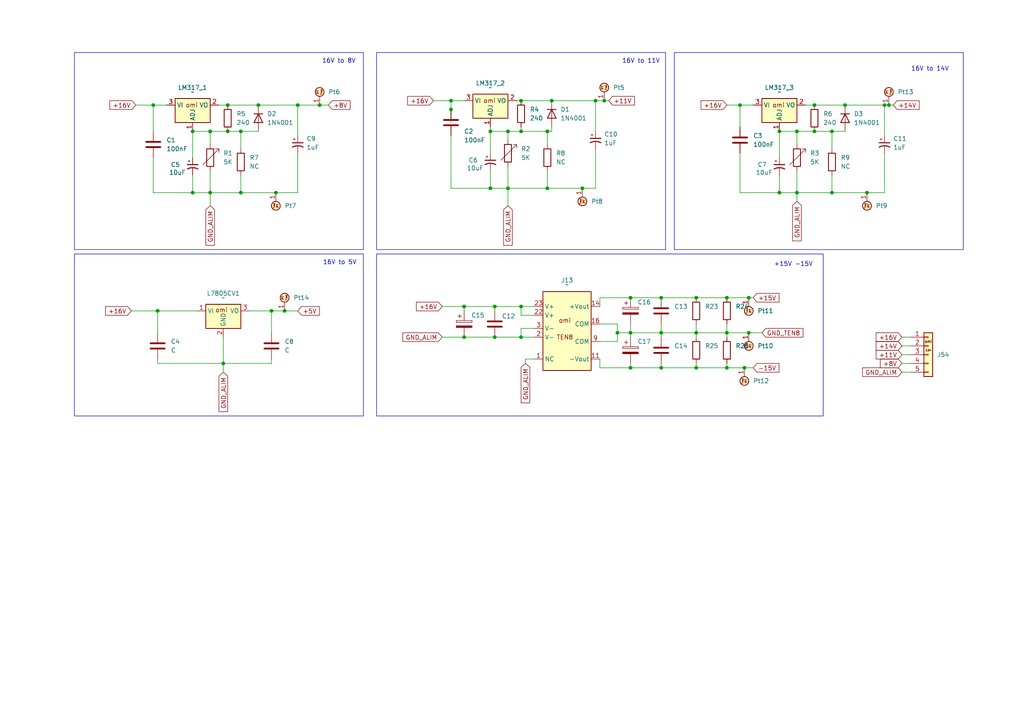
<source format=kicad_sch>
(kicad_sch (version 20231120) (generator "eeschema") (generator_version "8.0")
  (paper "A4")
  (lib_symbols
    (symbol "Device:C" (pin_numbers hide) (pin_names (offset 0.254))
      (property "Reference" "C" (at 0.635 2.54 0))
      (property "Value" "C" (at 0.635 -2.54 0))
      (symbol "C_0_1"
        (polyline (pts (xy -2.032 -0.762) (xy 2.032 -0.762)) (stroke (width 0.508)))
        (polyline (pts (xy -2.032 0.762) (xy 2.032 0.762)) (stroke (width 0.508)))
      )
      (symbol "C_1_1"
        (pin passive line (at 0 3.81 270) (length 2.794) (name "~") (number "1"))
        (pin passive line (at 0 -3.81 90) (length 2.794) (name "~") (number "2"))
      )
    )
    (symbol "Device:C_Polarized" (pin_numbers hide) (pin_names (offset 0.254))
      (property "Reference" "C" (at 0.635 2.54 0))
      (property "Value" "C_Polarized" (at 0.635 -2.54 0))
      (symbol "C_Polarized_0_1"
        (rectangle (start -2.286 0.508) (end 2.286 1.016))
        (polyline (pts (xy -1.778 2.286) (xy -0.762 2.286)))
        (polyline (pts (xy -1.27 2.794) (xy -1.27 1.778)))
        (rectangle (start 2.286 -0.508) (end -2.286 -1.016) (fill (type outline)))
      )
      (symbol "C_Polarized_1_1"
        (pin passive line (at 0 3.81 270) (length 2.794) (name "~") (number "1"))
        (pin passive line (at 0 -3.81 90) (length 2.794) (name "~") (number "2"))
      )
    )
    (symbol "Device:C_Polarized_Small_US" (pin_numbers hide) (pin_names (offset 0.254) hide)
      (property "Reference" "C" (at 0.254 1.778 0))
      (property "Value" "C_Polarized_Small_US" (at 0.254 -2.032 0))
      (symbol "C_Polarized_Small_US_0_1"
        (polyline (pts (xy -1.524 0.508) (xy 1.524 0.508)) (stroke (width 0.3048)))
        (polyline (pts (xy -1.27 1.524) (xy -0.762 1.524)))
        (polyline (pts (xy -1.016 1.27) (xy -1.016 1.778)))
        (arc (start 1.524 -0.762) (mid 0 -0.3734) (end -1.524 -0.762) (stroke (width 0.3048)))
      )
      (symbol "C_Polarized_Small_US_1_1"
        (pin passive line (at 0 2.54 270) (length 2.032) (name "~") (number "1"))
        (pin passive line (at 0 -2.54 90) (length 2.032) (name "~") (number "2"))
      )
    )
    (symbol "Device:R" (pin_numbers hide) (pin_names (offset 0))
      (property "Reference" "R" (at 2.032 0 90))
      (property "Value" "R" (at 0 0 90))
      (symbol "R_0_1"
        (rectangle (start -1.016 -2.54) (end 1.016 2.54) (stroke (width 0.254)))
      )
      (symbol "R_1_1"
        (pin passive line (at 0 3.81 270) (length 1.27) (name "~") (number "1"))
        (pin passive line (at 0 -3.81 90) (length 1.27) (name "~") (number "2"))
      )
    )
    (symbol "Device:R_Variable" (pin_numbers hide) (pin_names (offset 0))
      (property "Reference" "R" (at 2.54 -2.54 90))
      (property "Value" "R_Variable" (at -2.54 -1.27 90))
      (symbol "R_Variable_0_1"
        (rectangle (start -1.016 -2.54) (end 1.016 2.54) (stroke (width 0.254)))
        (polyline (pts (xy 2.54 1.524) (xy 2.54 2.54) (xy 1.524 2.54) (xy 2.54 2.54) (xy -2.032 -2.032)))
      )
      (symbol "R_Variable_1_1"
        (pin passive line (at 0 3.81 270) (length 1.27) (name "~") (number "1"))
        (pin passive line (at 0 -3.81 90) (length 1.27) (name "~") (number "2"))
      )
    )
    (symbol "Diode:1N914WT" (pin_numbers hide) (pin_names hide)
      (property "Reference" "D" (at 0 2.54 0))
      (property "Value" "1N914WT" (at 0 -2.54 0))
      (symbol "1N914WT_0_1"
        (polyline (pts (xy -1.27 1.27) (xy -1.27 -1.27)) (stroke (width 0.254)))
        (polyline (pts (xy 1.27 0) (xy -1.27 0)))
        (polyline (pts (xy 1.27 1.27) (xy 1.27 -1.27) (xy -1.27 0) (xy 1.27 1.27)) (stroke (width 0.254)))
      )
      (symbol "1N914WT_1_1"
        (pin passive line (at -3.81 0 0) (length 2.54) (name "K") (number "1"))
        (pin passive line (at 3.81 0 180) (length 2.54) (name "A") (number "2"))
      )
    )
    (symbol "Omialimentation:L7805"
      (property "Reference" "J" (at 0 4.318 0))
      (property "Value" "L7805CV" (at 0 6.35 0))
      (symbol "L7805_0_1"
        (rectangle (start -5.08 3.175) (end 5.08 -3.81) (stroke (width 0.254)) (fill (type background)))
      )
      (symbol "L7805_1_1"
        (text "omi\n" (at -0.508 1.524 0) (effects (font (size 1.27 1.27))))
        (pin input line (at -7.62 1.27 0) (length 2.54) (name "VI") (number "1"))
        (pin input line (at 0 -6.35 90) (length 2.54) (name "GND") (number "2"))
        (pin output line (at 7.62 1.27 180) (length 2.54) (name "VO") (number "3"))
      )
    )
    (symbol "Omialimentation:LM317"
      (property "Reference" "J" (at 0 5.334 0))
      (property "Value" "LM317" (at -0.508 8.636 0))
      (symbol "LM317_0_1"
        (rectangle (start -5.08 3.175) (end 5.08 -3.81) (stroke (width 0.254)) (fill (type background)))
      )
      (symbol "LM317_1_1"
        (text "omi\n" (at -0.254 1.27 0) (effects (font (size 1.27 1.27))))
        (pin input line (at 0 -6.35 90) (length 2.54) (name "ADJ") (number "1"))
        (pin power_out line (at 7.62 1.27 180) (length 2.54) (name "VO") (number "2"))
        (pin power_in line (at -7.62 1.27 0) (length 2.54) (name "VI") (number "3"))
      )
    )
    (symbol "Omialimentation:TEN8_1223"
      (property "Reference" "J" (at 0.508 13.462 0))
      (symbol "TEN8_1223_0_1"
        (rectangle (start -6.35 10.668) (end 7.62 -12.192) (stroke (width 0.254)) (fill (type background)))
      )
      (symbol "TEN8_1223_1_1"
        (text "omi\n" (at 0 2.286 0) (effects (font (size 1.27 1.27))))
        (text "TEN8\n" (at 0 -2.54 0) (effects (font (size 1.27 1.27))))
        (pin input line (at -8.89 -8.89 0) (length 2.54) (name "NC") (number "1"))
        (pin input line (at 10.16 -8.89 180) (length 2.54) (name "-Vout") (number "11"))
        (pin input line (at 10.16 6.35 180) (length 2.54) (name "+Vout") (number "14"))
        (pin input line (at 10.16 1.27 180) (length 2.54) (name "COM") (number "16"))
        (pin input line (at -8.89 -2.54 0) (length 2.54) (name "V-") (number "2"))
        (pin input line (at -8.89 3.81 0) (length 2.54) (name "V+") (number "22"))
        (pin input line (at -8.89 6.35 0) (length 2.54) (name "V+") (number "23"))
        (pin input line (at -8.89 0 0) (length 2.54) (name "V-") (number "3"))
        (pin input line (at 10.16 -3.81 180) (length 2.54) (name "COM") (number "9"))
      )
    )
    (symbol "Omiconnecteur:Conn_01x05_P2.54mm_pinheader_vertical" (pin_names (offset 1.016) hide)
      (property "Reference" "J" (at -1.27 10.16 0))
      (symbol "Conn_01x05_P2.54mm_pinheader_vertical_1_1"
        (rectangle (start -1.27 -2.413) (end 0 -2.667) (stroke (width 0.1524)))
        (rectangle (start -1.27 0.127) (end 0 -0.127) (stroke (width 0.1524)))
        (rectangle (start -1.27 2.667) (end 0 2.413) (stroke (width 0.1524)))
        (rectangle (start -1.27 5.207) (end 0 4.953) (stroke (width 0.1524)))
        (rectangle (start -1.27 7.747) (end 0 7.493) (stroke (width 0.1524)))
        (rectangle (start -1.27 8.89) (end 1.27 -3.81) (stroke (width 0.254)) (fill (type background)))
        (text "2.54" (at 0 3.81 0) (effects (font (size 0.5 0.5))))
        (text "omi" (at 0 6.35 0) (effects (font (size 0.75 0.75))))
        (pin passive line (at -5.08 7.62 0) (length 3.81) (name "Pin_1") (number "1"))
        (pin passive line (at -5.08 5.08 0) (length 3.81) (name "Pin_2") (number "2"))
        (pin passive line (at -5.08 2.54 0) (length 3.81) (name "Pin_3") (number "3"))
        (pin passive line (at -5.08 0 0) (length 3.81) (name "Pin_4") (number "4"))
        (pin passive line (at -5.08 -2.54 0) (length 3.81) (name "Pin_5") (number "5"))
      )
    )
    (symbol "Omidivers:PT_trad_1.0mm" (pin_names (offset 1.016) hide)
      (property "Reference" "Pt" (at 0.508 2.286 0))
      (symbol "PT_trad_1.0mm_1_1"
        (circle (center 1.27 0) (radius 1.27) (stroke (width 0.254)) (fill (type background)))
        (text "PT" (at 1.27 0.508 0) (effects (font (size 0.635 0.635))))
        (text "Trad" (at 1.27 -0.508 0) (effects (font (size 0.508 0.508))))
        (pin passive line (at -2.54 0 0) (length 2.54) (name "Pin_1") (number "1"))
      )
    )
  )
  (junction (at 210.82 86.36))
  (junction (at 245.11 30.48))
  (junction (at 55.88 38.1))
  (junction (at 241.3 38.1))
  (junction (at 179.07 96.52))
  (junction (at 201.93 86.36))
  (junction (at 66.04 30.48))
  (junction (at 160.02 29.21))
  (junction (at 74.93 30.48))
  (junction (at 191.77 86.36))
  (junction (at 78.74 90.17))
  (junction (at 236.22 30.48))
  (junction (at 92.71 30.48))
  (junction (at 158.75 38.1))
  (junction (at 69.85 38.1))
  (junction (at 82.55 90.17))
  (junction (at 147.32 38.1))
  (junction (at 175.26 29.21))
  (junction (at 44.45 30.48))
  (junction (at 226.06 55.88))
  (junction (at 182.88 106.68))
  (junction (at 256.54 30.48))
  (junction (at 151.13 88.9))
  (junction (at 55.88 55.88))
  (junction (at 147.32 54.61))
  (junction (at 201.93 106.68))
  (junction (at 60.96 55.88))
  (junction (at 45.72 90.17))
  (junction (at 241.3 55.88))
  (junction (at 214.63 30.48))
  (junction (at 64.77 105.41))
  (junction (at 130.81 29.21))
  (junction (at 231.14 38.1))
  (junction (at 215.9 106.68))
  (junction (at 143.51 88.9))
  (junction (at 151.13 29.21))
  (junction (at 191.77 96.52))
  (junction (at 251.46 55.88))
  (junction (at 134.62 88.9))
  (junction (at 217.17 86.36))
  (junction (at 191.77 106.68))
  (junction (at 182.88 96.52))
  (junction (at 257.81 30.48))
  (junction (at 201.93 96.52))
  (junction (at 69.85 55.88))
  (junction (at 226.06 38.1))
  (junction (at 130.81 31.75))
  (junction (at 210.82 106.68))
  (junction (at 86.36 30.48))
  (junction (at 182.88 86.36))
  (junction (at 151.13 97.79))
  (junction (at 172.72 29.21))
  (junction (at 134.62 97.79))
  (junction (at 217.17 96.52))
  (junction (at 168.91 54.61))
  (junction (at 60.96 38.1))
  (junction (at 158.75 54.61))
  (junction (at 143.51 97.79))
  (junction (at 80.01 55.88))
  (junction (at 236.22 38.1))
  (junction (at 142.24 38.1))
  (junction (at 151.13 38.1))
  (junction (at 66.04 38.1))
  (junction (at 142.24 54.61))
  (junction (at 210.82 96.52))
  (junction (at 231.14 55.88))
  (wire (pts (xy 142.24 49.53) (xy 142.24 54.61)))
  (wire (pts (xy 69.85 38.1) (xy 74.93 38.1)))
  (wire (pts (xy 151.13 38.1) (xy 158.75 38.1)))
  (wire (pts (xy 69.85 38.1) (xy 69.85 43.18)))
  (wire (pts (xy 214.63 30.48) (xy 218.44 30.48)))
  (wire (pts (xy 64.77 105.41) (xy 78.74 105.41)))
  (wire (pts (xy 38.1 90.17) (xy 45.72 90.17)))
  (wire (pts (xy 210.82 86.36) (xy 217.17 86.36)))
  (wire (pts (xy 64.77 105.41) (xy 64.77 107.95)))
  (wire (pts (xy 151.13 88.9) (xy 151.13 91.44)))
  (wire (pts (xy 182.88 86.36) (xy 173.99 86.36)))
  (wire (pts (xy 160.02 29.21) (xy 172.72 29.21)))
  (wire (pts (xy 264.16 105.41) (xy 261.62 105.41)))
  (wire (pts (xy 128.27 97.79) (xy 134.62 97.79)))
  (wire (pts (xy 151.13 88.9) (xy 154.94 88.9)))
  (wire (pts (xy 201.93 86.36) (xy 210.82 86.36)))
  (wire (pts (xy 158.75 38.1) (xy 158.75 41.91)))
  (wire (pts (xy 149.86 29.21) (xy 151.13 29.21)))
  (wire (pts (xy 48.26 30.48) (xy 44.45 30.48)))
  (wire (pts (xy 130.81 35.56) (xy 130.81 31.75)))
  (wire (pts (xy 72.39 90.17) (xy 78.74 90.17)))
  (wire (pts (xy 210.82 105.41) (xy 210.82 106.68)))
  (wire (pts (xy 191.77 93.98) (xy 191.77 96.52)))
  (wire (pts (xy 147.32 40.64) (xy 147.32 38.1)))
  (wire (pts (xy 241.3 55.88) (xy 251.46 55.88)))
  (wire (pts (xy 226.06 55.88) (xy 231.14 55.88)))
  (wire (pts (xy 143.51 97.79) (xy 151.13 97.79)))
  (wire (pts (xy 231.14 55.88) (xy 241.3 55.88)))
  (wire (pts (xy 182.88 96.52) (xy 191.77 96.52)))
  (wire (pts (xy 182.88 105.41) (xy 182.88 106.68)))
  (wire (pts (xy 60.96 55.88) (xy 60.96 59.69)))
  (wire (pts (xy 151.13 97.79) (xy 154.94 97.79)))
  (wire (pts (xy 60.96 55.88) (xy 69.85 55.88)))
  (wire (pts (xy 143.51 88.9) (xy 143.51 90.17)))
  (wire (pts (xy 251.46 55.88) (xy 256.54 55.88)))
  (wire (pts (xy 236.22 30.48) (xy 245.11 30.48)))
  (wire (pts (xy 63.5 30.48) (xy 66.04 30.48)))
  (wire (pts (xy 226.06 45.72) (xy 226.06 38.1)))
  (wire (pts (xy 231.14 49.53) (xy 231.14 55.88)))
  (wire (pts (xy 78.74 104.14) (xy 78.74 105.41)))
  (wire (pts (xy 44.45 30.48) (xy 44.45 38.1)))
  (wire (pts (xy 256.54 44.45) (xy 256.54 55.88)))
  (wire (pts (xy 147.32 38.1) (xy 151.13 38.1)))
  (wire (pts (xy 201.93 96.52) (xy 201.93 97.79)))
  (wire (pts (xy 55.88 45.72) (xy 55.88 38.1)))
  (wire (pts (xy 168.91 54.61) (xy 172.72 54.61)))
  (wire (pts (xy 64.77 97.79) (xy 64.77 105.41)))
  (wire (pts (xy 55.88 50.8) (xy 55.88 55.88)))
  (wire (pts (xy 191.77 105.41) (xy 191.77 106.68)))
  (wire (pts (xy 60.96 38.1) (xy 66.04 38.1)))
  (wire (pts (xy 215.9 106.68) (xy 218.44 106.68)))
  (wire (pts (xy 78.74 90.17) (xy 82.55 90.17)))
  (wire (pts (xy 130.81 39.37) (xy 130.81 54.61)))
  (wire (pts (xy 125.73 29.21) (xy 130.81 29.21)))
  (wire (pts (xy 130.81 29.21) (xy 134.62 29.21)))
  (wire (pts (xy 179.07 93.98) (xy 179.07 96.52)))
  (wire (pts (xy 210.82 96.52) (xy 217.17 96.52)))
  (wire (pts (xy 261.62 97.79) (xy 264.16 97.79)))
  (wire (pts (xy 201.93 106.68) (xy 201.93 105.41)))
  (wire (pts (xy 231.14 38.1) (xy 236.22 38.1)))
  (wire (pts (xy 143.51 88.9) (xy 151.13 88.9)))
  (wire (pts (xy 66.04 30.48) (xy 74.93 30.48)))
  (wire (pts (xy 264.16 100.33) (xy 261.62 100.33)))
  (wire (pts (xy 217.17 96.52) (xy 220.98 96.52)))
  (wire (pts (xy 256.54 39.37) (xy 256.54 30.48)))
  (wire (pts (xy 210.82 106.68) (xy 215.9 106.68)))
  (wire (pts (xy 45.72 105.41) (xy 64.77 105.41)))
  (wire (pts (xy 210.82 106.68) (xy 201.93 106.68)))
  (wire (pts (xy 154.94 95.25) (xy 151.13 95.25)))
  (wire (pts (xy 182.88 96.52) (xy 182.88 97.79)))
  (wire (pts (xy 45.72 90.17) (xy 57.15 90.17)))
  (wire (pts (xy 82.55 90.17) (xy 86.36 90.17)))
  (wire (pts (xy 231.14 55.88) (xy 231.14 58.42)))
  (wire (pts (xy 128.27 88.9) (xy 134.62 88.9)))
  (wire (pts (xy 44.45 55.88) (xy 55.88 55.88)))
  (wire (pts (xy 151.13 95.25) (xy 151.13 97.79)))
  (wire (pts (xy 201.93 106.68) (xy 191.77 106.68)))
  (wire (pts (xy 151.13 91.44) (xy 154.94 91.44)))
  (wire (pts (xy 173.99 86.36) (xy 173.99 88.9)))
  (wire (pts (xy 261.62 107.95) (xy 264.16 107.95)))
  (wire (pts (xy 154.94 104.14) (xy 152.4 104.14)))
  (wire (pts (xy 201.93 93.98) (xy 201.93 96.52)))
  (wire (pts (xy 60.96 41.91) (xy 60.96 38.1)))
  (wire (pts (xy 158.75 38.1) (xy 160.02 38.1)))
  (wire (pts (xy 241.3 38.1) (xy 245.11 38.1)))
  (wire (pts (xy 69.85 55.88) (xy 80.01 55.88)))
  (wire (pts (xy 175.26 29.21) (xy 176.53 29.21)))
  (wire (pts (xy 151.13 38.1) (xy 151.13 36.83)))
  (wire (pts (xy 142.24 38.1) (xy 147.32 38.1)))
  (wire (pts (xy 173.99 93.98) (xy 179.07 93.98)))
  (wire (pts (xy 191.77 86.36) (xy 201.93 86.36)))
  (wire (pts (xy 86.36 44.45) (xy 86.36 55.88)))
  (wire (pts (xy 172.72 38.1) (xy 172.72 29.21)))
  (wire (pts (xy 147.32 59.69) (xy 147.32 54.61)))
  (wire (pts (xy 173.99 99.06) (xy 179.07 99.06)))
  (wire (pts (xy 214.63 36.83) (xy 214.63 30.48)))
  (wire (pts (xy 55.88 55.88) (xy 60.96 55.88)))
  (wire (pts (xy 191.77 96.52) (xy 201.93 96.52)))
  (wire (pts (xy 160.02 38.1) (xy 160.02 36.83)))
  (wire (pts (xy 69.85 50.8) (xy 69.85 55.88)))
  (wire (pts (xy 130.81 54.61) (xy 142.24 54.61)))
  (wire (pts (xy 214.63 55.88) (xy 226.06 55.88)))
  (wire (pts (xy 179.07 96.52) (xy 182.88 96.52)))
  (wire (pts (xy 210.82 30.48) (xy 214.63 30.48)))
  (wire (pts (xy 264.16 102.87) (xy 261.62 102.87)))
  (wire (pts (xy 80.01 55.88) (xy 86.36 55.88)))
  (wire (pts (xy 74.93 30.48) (xy 86.36 30.48)))
  (wire (pts (xy 92.71 30.48) (xy 95.25 30.48)))
  (wire (pts (xy 257.81 30.48) (xy 259.08 30.48)))
  (wire (pts (xy 201.93 96.52) (xy 210.82 96.52)))
  (wire (pts (xy 226.06 50.8) (xy 226.06 55.88)))
  (wire (pts (xy 78.74 90.17) (xy 78.74 96.52)))
  (wire (pts (xy 130.81 31.75) (xy 130.81 29.21)))
  (wire (pts (xy 245.11 30.48) (xy 256.54 30.48)))
  (wire (pts (xy 173.99 106.68) (xy 182.88 106.68)))
  (wire (pts (xy 45.72 104.14) (xy 45.72 105.41)))
  (wire (pts (xy 214.63 44.45) (xy 214.63 55.88)))
  (wire (pts (xy 172.72 29.21) (xy 175.26 29.21)))
  (wire (pts (xy 66.04 38.1) (xy 69.85 38.1)))
  (wire (pts (xy 236.22 38.1) (xy 241.3 38.1)))
  (wire (pts (xy 151.13 29.21) (xy 160.02 29.21)))
  (wire (pts (xy 142.24 38.1) (xy 142.24 36.83)))
  (wire (pts (xy 172.72 43.18) (xy 172.72 54.61)))
  (wire (pts (xy 142.24 44.45) (xy 142.24 38.1)))
  (wire (pts (xy 134.62 90.17) (xy 134.62 88.9)))
  (wire (pts (xy 217.17 86.36) (xy 218.44 86.36)))
  (wire (pts (xy 60.96 49.53) (xy 60.96 55.88)))
  (wire (pts (xy 173.99 104.14) (xy 173.99 106.68)))
  (wire (pts (xy 134.62 88.9) (xy 143.51 88.9)))
  (wire (pts (xy 158.75 54.61) (xy 168.91 54.61)))
  (wire (pts (xy 241.3 38.1) (xy 241.3 43.18)))
  (wire (pts (xy 210.82 96.52) (xy 210.82 97.79)))
  (wire (pts (xy 39.37 30.48) (xy 44.45 30.48)))
  (wire (pts (xy 210.82 93.98) (xy 210.82 96.52)))
  (wire (pts (xy 191.77 96.52) (xy 191.77 97.79)))
  (wire (pts (xy 226.06 38.1) (xy 231.14 38.1)))
  (wire (pts (xy 142.24 54.61) (xy 147.32 54.61)))
  (wire (pts (xy 55.88 38.1) (xy 60.96 38.1)))
  (wire (pts (xy 152.4 104.14) (xy 152.4 105.41)))
  (wire (pts (xy 233.68 30.48) (xy 236.22 30.48)))
  (wire (pts (xy 45.72 90.17) (xy 45.72 96.52)))
  (wire (pts (xy 179.07 96.52) (xy 179.07 99.06)))
  (wire (pts (xy 256.54 30.48) (xy 257.81 30.48)))
  (wire (pts (xy 158.75 49.53) (xy 158.75 54.61)))
  (wire (pts (xy 182.88 106.68) (xy 191.77 106.68)))
  (wire (pts (xy 147.32 54.61) (xy 158.75 54.61)))
  (wire (pts (xy 86.36 39.37) (xy 86.36 30.48)))
  (wire (pts (xy 182.88 93.98) (xy 182.88 96.52)))
  (wire (pts (xy 44.45 45.72) (xy 44.45 55.88)))
  (wire (pts (xy 86.36 30.48) (xy 92.71 30.48)))
  (wire (pts (xy 134.62 97.79) (xy 143.51 97.79)))
  (wire (pts (xy 231.14 41.91) (xy 231.14 38.1)))
  (wire (pts (xy 147.32 48.26) (xy 147.32 54.61)))
  (wire (pts (xy 182.88 86.36) (xy 191.77 86.36)))
  (wire (pts (xy 241.3 50.8) (xy 241.3 55.88)))
  (rectangle (start 109.22 15.24) (end 193.04 72.39))
  (rectangle (start 21.59 15.24) (end 105.41 72.39))
  (rectangle (start 109.22 73.66) (end 238.76 120.65))
  (rectangle (start 195.58 15.24) (end 279.4 72.39))
  (rectangle (start 21.59 73.66) (end 105.41 120.65))
  (text "+15V -15V\n" (at 230.124 76.708 0) (effects (font (size 1.27 1.27))))
  (text "16V to 11V\n" (at 185.928 17.78 0) (effects (font (size 1.27 1.27))))
  (text "16V to 14V\n" (at 269.748 20.066 0) (effects (font (size 1.27 1.27))))
  (text "16V to 8V\n" (at 98.298 17.78 0) (effects (font (size 1.27 1.27))))
  (text "16V to 5V\n" (at 98.552 76.2 0) (effects (font (size 1.27 1.27))))
  (global_label "GND_ALIM" (shape input) (at 152.4 105.41 270) (property "Intersheetrefs" "${INTERSHEET_REFS}" (effects (hide yes))))
  (global_label "GND_ALIM" (shape input) (at 147.32 59.69 270) (property "Intersheetrefs" "${INTERSHEET_REFS}" (effects (hide yes))))
  (global_label "+16V" (shape input) (at 128.27 88.9 180) (property "Intersheetrefs" "${INTERSHEET_REFS}" (effects (hide yes))))
  (global_label "+8V" (shape input) (at 95.25 30.48 0) (property "Intersheetrefs" "${INTERSHEET_REFS}" (effects (hide yes))))
  (global_label "-15V" (shape input) (at 218.44 106.68 0) (property "Intersheetrefs" "${INTERSHEET_REFS}" (effects (hide yes))))
  (global_label "GND_ALIM" (shape input) (at 64.77 107.95 270) (property "Intersheetrefs" "${INTERSHEET_REFS}" (effects (hide yes))))
  (global_label "GND_ALIM" (shape input) (at 261.62 107.95 180) (property "Intersheetrefs" "${INTERSHEET_REFS}" (effects (hide yes))))
  (global_label "+11V" (shape input) (at 176.53 29.21 0) (property "Intersheetrefs" "${INTERSHEET_REFS}" (effects (hide yes))))
  (global_label "+16V" (shape input) (at 210.82 30.48 180) (property "Intersheetrefs" "${INTERSHEET_REFS}" (effects (hide yes))))
  (global_label "+8V" (shape input) (at 261.62 105.41 180) (property "Intersheetrefs" "${INTERSHEET_REFS}" (effects (hide yes))))
  (global_label "+15V" (shape input) (at 218.44 86.36 0) (property "Intersheetrefs" "${INTERSHEET_REFS}" (effects (hide yes))))
  (global_label "+14V" (shape input) (at 261.62 100.33 180) (property "Intersheetrefs" "${INTERSHEET_REFS}" (effects (hide yes))))
  (global_label "+5V" (shape input) (at 86.36 90.17 0) (property "Intersheetrefs" "${INTERSHEET_REFS}" (effects (hide yes))))
  (global_label "+16V" (shape input) (at 38.1 90.17 180) (property "Intersheetrefs" "${INTERSHEET_REFS}" (effects (hide yes))))
  (global_label "+16V" (shape input) (at 261.62 97.79 180) (property "Intersheetrefs" "${INTERSHEET_REFS}" (effects (hide yes))))
  (global_label "+14V" (shape input) (at 259.08 30.48 0) (property "Intersheetrefs" "${INTERSHEET_REFS}" (effects (hide yes))))
  (global_label "GND_ALIM" (shape input) (at 231.14 58.42 270) (property "Intersheetrefs" "${INTERSHEET_REFS}" (effects (hide yes))))
  (global_label "+11V" (shape input) (at 261.62 102.87 180) (property "Intersheetrefs" "${INTERSHEET_REFS}" (effects (hide yes))))
  (global_label "GND_TEN8" (shape input) (at 220.98 96.52 0) (property "Intersheetrefs" "${INTERSHEET_REFS}" (effects (hide yes))))
  (global_label "GND_ALIM" (shape input) (at 60.96 59.69 270) (property "Intersheetrefs" "${INTERSHEET_REFS}" (effects (hide yes))))
  (global_label "+16V" (shape input) (at 39.37 30.48 180) (property "Intersheetrefs" "${INTERSHEET_REFS}" (effects (hide yes))))
  (global_label "GND_ALIM" (shape input) (at 128.27 97.79 180) (property "Intersheetrefs" "${INTERSHEET_REFS}" (effects (hide yes))))
  (global_label "+16V" (shape input) (at 125.73 29.21 180) (property "Intersheetrefs" "${INTERSHEET_REFS}" (effects (hide yes))))
  (symbol (lib_id "Omialimentation:L7805") (at 64.77 91.44 0) (unit 1)
    (property "Reference" "L7805CV1" (at 64.77 85.09 0))
    (property "Value" "~" (at 64.77 86.36 0))
    (property "Footprint" "Omialimentation:L7805CV" (effects (hide yes)))
    (property "Datasheet" "https://docs.rs-online.com/4488/0900766b814b241f.pdf" (effects (hide yes)))
    (property "Description" "Régulateur de tension L7805CV, 1.5A, A-220, 3 broches." (effects (hide yes)))
    (property "Fabriquant" "STMicroelectronics" (effects (hide yes)))
    (property "Fabreference" " L7805CV" (effects (hide yes)))
    (property "Distributeur1" "RS: 918-1971" (effects (hide yes)))
    (property "Distributeur2" "F : 9756078" (effects (hide yes)))
  )
  (symbol (lib_id "Diode:1N914WT") (at 74.93 34.29 270) (unit 1)
    (property "Reference" "D2" (at 77.47 33.0199 90) (effects (justify left)))
    (property "Value" "1N4001" (at 77.47 35.5599 90) (effects (justify left)))
    (property "Footprint" "Diode_SMD:D_SOD-523" (effects (hide yes)))
    (property "Datasheet" "http://www.mouser.com/ds/2/149/1N4148WT-461550.pdf" (effects (hide yes)))
    (property "Description" "75V 0.15A Fast switching Diode, SOD-523" (effects (hide yes)))
    (property "Sim.Device" "D" (effects (hide yes)))
    (property "Sim.Pins" "1=K 2=A" (effects (hide yes)))
  )
  (symbol (lib_id "Device:C_Polarized_Small_US") (at 55.88 48.26 0) (unit 1)
    (property "Reference" "C5" (at 49.53 47.752 0) (effects (justify left)))
    (property "Value" "10uF" (at 49.022 50.038 0) (effects (justify left)))
    (property "Description" "Polarized capacitor, small US symbol" (effects (hide yes)))
  )
  (symbol (lib_id "Device:C") (at 45.72 100.33 0) (unit 1)
    (property "Reference" "C4" (at 49.53 99.0599 0) (effects (justify left)))
    (property "Value" "C" (at 49.53 101.5999 0) (effects (justify left)))
    (property "Description" "Unpolarized capacitor" (effects (hide yes)))
  )
  (symbol (lib_id "Omidivers:PT_trad_1.0mm") (at 82.55 87.63 90) (unit 1)
    (property "Reference" "Pt14" (at 85.09 86.3599 90) (effects (justify right)))
    (property "Value" "PT_cms_1.0mm" (effects (hide yes)))
    (property "Footprint" "Omidivers:Pt_trad_1.0mm" (effects (hide yes)))
  )
  (symbol (lib_id "Device:C_Polarized") (at 182.88 90.17 0) (unit 1)
    (property "Reference" "C16" (at 184.912 87.63 0) (effects (justify left)))
    (property "Value" "C_Polarized" (effects (hide yes)))
    (property "Description" "Polarized capacitor" (effects (hide yes)))
  )
  (symbol (lib_id "Device:C_Polarized") (at 134.62 93.98 0) (unit 1)
    (property "Reference" "C15" (at 136.652 91.44 0) (effects (justify left)))
    (property "Value" "C_Polarized" (effects (hide yes)))
    (property "Description" "Polarized capacitor" (effects (hide yes)))
  )
  (symbol (lib_id "Device:R") (at 66.04 34.29 0) (unit 1)
    (property "Reference" "R5" (at 68.58 33.0199 0) (effects (justify left)))
    (property "Value" "240" (at 68.58 35.5599 0) (effects (justify left)))
    (property "Description" "Resistor" (effects (hide yes)))
  )
  (symbol (lib_id "Omidivers:PT_trad_1.0mm") (at 80.01 58.42 270) (unit 1)
    (property "Reference" "Pt7" (at 82.55 59.6899 90) (effects (justify left)))
    (property "Value" "PT_cms_1.0mm" (effects (hide yes)))
    (property "Footprint" "Omidivers:Pt_trad_1.0mm" (effects (hide yes)))
  )
  (symbol (lib_id "Device:C") (at 191.77 90.17 0) (unit 1)
    (property "Reference" "C13" (at 195.58 88.8999 0) (effects (justify left)))
    (property "Value" "C" (effects (hide yes)))
    (property "Description" "Unpolarized capacitor" (effects (hide yes)))
  )
  (symbol (lib_id "Device:C") (at 130.81 35.56 0) (unit 1)
    (property "Reference" "C2" (at 134.62 38.0999 0) (effects (justify left)))
    (property "Value" "100nF" (at 134.62 40.6399 0) (effects (justify left)))
    (property "Description" "Unpolarized capacitor" (effects (hide yes)))
  )
  (symbol (lib_id "Omialimentation:LM317") (at 55.88 31.75 0) (unit 1)
    (property "Reference" "LM317_1" (at 55.88 25.4 0))
    (property "Value" "~" (at 55.88 26.67 0))
    (property "Footprint" "Omialimentation:LM317T" (effects (hide yes)))
    (property "Datasheet" "https://www.ti.com/lit/ds/symlink/lm117hv.pdf?HQS=dis-dk-null-digikeymode-dsf-pf-null-wwe&ts=1750682015429&ref_url=https%253A%252F%252Fwww.ti.com%252Fgeneral%252Fdocs%252Fsuppproductinfo.tsp%253FdistId%253D10%2526gotoUrl%253Dhttps%253A%252F%252Fwww.ti.com%252Flit%252Fgpn%252Flm117hv" (effects (hide yes)))
    (property "Description" "PMIC - Régulateurs de tension - Linéaires Positif Réglable 1 Sortie 1,5A TO-220-3" (effects (hide yes)))
    (property "Fabriquant" "Texas Instruments" (effects (hide yes)))
    (property "Fabreference" "LM317HVT/NOPB" (effects (hide yes)))
    (property "Omicron" "1564497" (effects (hide yes)))
    (property "Distributeur1" "D:LM317HVT/NOPB-ND" (effects (hide yes)))
    (property "Distributeur2" "M:926-LM317HVT/NOPB" (effects (hide yes)))
  )
  (symbol (lib_id "Device:R") (at 236.22 34.29 0) (unit 1)
    (property "Reference" "R6" (at 238.76 33.0199 0) (effects (justify left)))
    (property "Value" "240" (at 238.76 35.5599 0) (effects (justify left)))
    (property "Description" "Resistor" (effects (hide yes)))
  )
  (symbol (lib_id "Device:R") (at 241.3 46.99 0) (unit 1)
    (property "Reference" "R9" (at 243.84 45.7199 0) (effects (justify left)))
    (property "Value" "NC" (at 243.84 48.2599 0) (effects (justify left)))
    (property "Description" "Resistor" (effects (hide yes)))
  )
  (symbol (lib_id "Device:R") (at 210.82 90.17 0) (unit 1)
    (property "Reference" "R24" (at 213.36 88.8999 0) (effects (justify left)))
    (property "Value" "R" (effects (hide yes)))
    (property "Description" "Resistor" (effects (hide yes)))
  )
  (symbol (lib_id "Device:C") (at 214.63 40.64 0) (unit 1)
    (property "Reference" "C3" (at 218.44 39.3699 0) (effects (justify left)))
    (property "Value" "100nF" (at 218.44 41.9099 0) (effects (justify left)))
    (property "Description" "Unpolarized capacitor" (effects (hide yes)))
  )
  (symbol (lib_id "Omidivers:PT_trad_1.0mm") (at 215.9 109.22 270) (unit 1)
    (property "Reference" "Pt12" (at 218.44 110.4899 90) (effects (justify left)))
    (property "Value" "PT_cms_1.0mm" (effects (hide yes)))
    (property "Footprint" "Omidivers:Pt_trad_1.0mm" (effects (hide yes)))
  )
  (symbol (lib_id "Device:R") (at 151.13 33.02 0) (unit 1)
    (property "Reference" "R4" (at 153.67 31.7499 0) (effects (justify left)))
    (property "Value" "240" (at 153.67 34.2899 0) (effects (justify left)))
    (property "Description" "Resistor" (effects (hide yes)))
  )
  (symbol (lib_id "Device:C") (at 78.74 100.33 0) (unit 1)
    (property "Reference" "C8" (at 82.55 99.0599 0) (effects (justify left)))
    (property "Value" "C" (at 82.55 101.5999 0) (effects (justify left)))
    (property "Description" "Unpolarized capacitor" (effects (hide yes)))
  )
  (symbol (lib_id "Device:C_Polarized_Small_US") (at 86.36 41.91 0) (unit 1)
    (property "Reference" "C9" (at 88.9 40.2081 0) (effects (justify left)))
    (property "Value" "1uF" (at 88.9 42.7481 0) (effects (justify left)))
    (property "Description" "Polarized capacitor, small US symbol" (effects (hide yes)))
  )
  (symbol (lib_id "Device:R") (at 210.82 101.6 0) (unit 1)
    (property "Reference" "R26" (at 213.36 100.3299 0) (effects (justify left)))
    (property "Value" "R" (effects (hide yes)))
    (property "Description" "Resistor" (effects (hide yes)))
  )
  (symbol (lib_id "Omialimentation:LM317") (at 226.06 31.75 0) (unit 1)
    (property "Reference" "LM317_3" (at 226.06 25.4 0))
    (property "Value" "~" (at 226.06 26.67 0))
    (property "Footprint" "Omialimentation:LM317T" (effects (hide yes)))
    (property "Datasheet" "https://www.ti.com/lit/ds/symlink/lm117hv.pdf?HQS=dis-dk-null-digikeymode-dsf-pf-null-wwe&ts=1750682015429&ref_url=https%253A%252F%252Fwww.ti.com%252Fgeneral%252Fdocs%252Fsuppproductinfo.tsp%253FdistId%253D10%2526gotoUrl%253Dhttps%253A%252F%252Fwww.ti.com%252Flit%252Fgpn%252Flm117hv" (effects (hide yes)))
    (property "Description" "PMIC - Régulateurs de tension - Linéaires Positif Réglable 1 Sortie 1,5A TO-220-3" (effects (hide yes)))
    (property "Fabriquant" "Texas Instruments" (effects (hide yes)))
    (property "Fabreference" "LM317HVT/NOPB" (effects (hide yes)))
    (property "Omicron" "1564497" (effects (hide yes)))
    (property "Distributeur1" "D:LM317HVT/NOPB-ND" (effects (hide yes)))
    (property "Distributeur2" "M:926-LM317HVT/NOPB" (effects (hide yes)))
  )
  (symbol (lib_id "Omialimentation:LM317") (at 142.24 30.48 0) (unit 1)
    (property "Reference" "LM317_2" (at 142.24 24.13 0))
    (property "Value" "~" (at 142.24 25.4 0))
    (property "Footprint" "Omialimentation:LM317T" (effects (hide yes)))
    (property "Datasheet" "https://www.ti.com/lit/ds/symlink/lm117hv.pdf?HQS=dis-dk-null-digikeymode-dsf-pf-null-wwe&ts=1750682015429&ref_url=https%253A%252F%252Fwww.ti.com%252Fgeneral%252Fdocs%252Fsuppproductinfo.tsp%253FdistId%253D10%2526gotoUrl%253Dhttps%253A%252F%252Fwww.ti.com%252Flit%252Fgpn%252Flm117hv" (effects (hide yes)))
    (property "Description" "PMIC - Régulateurs de tension - Linéaires Positif Réglable 1 Sortie 1,5A TO-220-3" (effects (hide yes)))
    (property "Fabriquant" "Texas Instruments" (effects (hide yes)))
    (property "Fabreference" "LM317HVT/NOPB" (effects (hide yes)))
    (property "Omicron" "1564497" (effects (hide yes)))
    (property "Distributeur1" "D:LM317HVT/NOPB-ND" (effects (hide yes)))
    (property "Distributeur2" "M:926-LM317HVT/NOPB" (effects (hide yes)))
  )
  (symbol (lib_id "Omidivers:PT_trad_1.0mm") (at 92.71 27.94 90) (unit 1)
    (property "Reference" "Pt6" (at 95.25 26.6699 90) (effects (justify right)))
    (property "Value" "PT_cms_1.0mm" (effects (hide yes)))
    (property "Footprint" "Omidivers:Pt_trad_1.0mm" (effects (hide yes)))
  )
  (symbol (lib_id "Omidivers:PT_trad_1.0mm") (at 217.17 88.9 270) (unit 1)
    (property "Reference" "Pt11" (at 219.71 90.1699 90) (effects (justify left)))
    (property "Value" "PT_cms_1.0mm" (effects (hide yes)))
    (property "Footprint" "Omidivers:Pt_trad_1.0mm" (effects (hide yes)))
  )
  (symbol (lib_id "Device:R_Variable") (at 231.14 45.72 0) (unit 1)
    (property "Reference" "R3" (at 234.95 44.4499 0) (effects (justify left)))
    (property "Value" "5K" (at 234.95 46.9899 0) (effects (justify left)))
    (property "Description" "Variable resistor" (effects (hide yes)))
  )
  (symbol (lib_id "Device:C") (at 44.45 41.91 0) (unit 1)
    (property "Reference" "C1" (at 48.26 40.6399 0) (effects (justify left)))
    (property "Value" "100nF" (at 48.26 43.1799 0) (effects (justify left)))
    (property "Description" "Unpolarized capacitor" (effects (hide yes)))
  )
  (symbol (lib_id "Omiconnecteur:Conn_01x05_P2.54mm_pinheader_vertical") (at 269.24 105.41 0) (unit 1)
    (property "Reference" "J54" (at 271.78 102.8699 0) (effects (justify left)))
    (property "Value" "Conn_01x05_P2.54mm_pinheader_vertical" (effects (hide yes)))
    (property "Footprint" "Omiconnecteur:PinHeader_1x05_P2.54mm_V_omi" (effects (hide yes)))
    (property "Datasheet" "https://cdn.amphenol-cs.com/media/wysiwyg/files/documentation/datasheet/boardwiretoboard/bwb_bergstik.pdf" (effects (hide yes)))
    (property "Description" "Generic connector, single row, 01x08, script generated (kicad-library-utils/schlib/autogen/connector/)" (effects (hide yes)))
    (property "Fabriquant" "Amphenol" (effects (hide yes)))
    (property "Fabreference" "77311-102-36LF" (effects (hide yes)))
    (property "Omicron" "9069605" (effects (hide yes)))
    (property "Distributeur1" "DK:609-6203-ND" (effects (hide yes)))
    (property "Distributeur2" "M:77311-102-36LF" (effects (hide yes)))
  )
  (symbol (lib_id "Device:C_Polarized_Small_US") (at 172.72 40.64 0) (unit 1)
    (property "Reference" "C10" (at 175.26 38.9381 0) (effects (justify left)))
    (property "Value" "1uF" (at 175.26 41.4781 0) (effects (justify left)))
    (property "Description" "Polarized capacitor, small US symbol" (effects (hide yes)))
  )
  (symbol (lib_id "Device:R") (at 69.85 46.99 0) (unit 1)
    (property "Reference" "R7" (at 72.39 45.7199 0) (effects (justify left)))
    (property "Value" "NC" (at 72.39 48.2599 0) (effects (justify left)))
    (property "Description" "Resistor" (effects (hide yes)))
  )
  (symbol (lib_id "Device:R") (at 201.93 101.6 0) (unit 1)
    (property "Reference" "R25" (at 204.47 100.3299 0) (effects (justify left)))
    (property "Value" "R" (effects (hide yes)))
    (property "Description" "Resistor" (effects (hide yes)))
  )
  (symbol (lib_id "Omialimentation:TEN8_1223") (at 163.83 95.25 0) (unit 1)
    (property "Reference" "J13" (at 164.465 81.28 0))
    (property "Value" "~" (at 164.465 82.55 0))
  )
  (symbol (lib_id "Device:R_Variable") (at 147.32 44.45 0) (unit 1)
    (property "Reference" "R2" (at 151.13 43.1799 0) (effects (justify left)))
    (property "Value" "5K" (at 151.13 45.7199 0) (effects (justify left)))
    (property "Description" "Variable resistor" (effects (hide yes)))
  )
  (symbol (lib_id "Device:R") (at 201.93 90.17 0) (unit 1)
    (property "Reference" "R23" (at 204.47 88.8999 0) (effects (justify left)))
    (property "Value" "R" (effects (hide yes)))
    (property "Description" "Resistor" (effects (hide yes)))
  )
  (symbol (lib_id "Device:R") (at 158.75 45.72 0) (unit 1)
    (property "Reference" "R8" (at 161.29 44.4499 0) (effects (justify left)))
    (property "Value" "NC" (at 161.29 46.9899 0) (effects (justify left)))
    (property "Description" "Resistor" (effects (hide yes)))
  )
  (symbol (lib_id "Diode:1N914WT") (at 245.11 34.29 270) (unit 1)
    (property "Reference" "D3" (at 247.65 33.0199 90) (effects (justify left)))
    (property "Value" "1N4001" (at 247.65 35.5599 90) (effects (justify left)))
    (property "Footprint" "Diode_SMD:D_SOD-523" (effects (hide yes)))
    (property "Datasheet" "http://www.mouser.com/ds/2/149/1N4148WT-461550.pdf" (effects (hide yes)))
    (property "Description" "75V 0.15A Fast switching Diode, SOD-523" (effects (hide yes)))
    (property "Sim.Device" "D" (effects (hide yes)))
    (property "Sim.Pins" "1=K 2=A" (effects (hide yes)))
  )
  (symbol (lib_id "Device:C") (at 191.77 101.6 0) (unit 1)
    (property "Reference" "C14" (at 195.58 100.3299 0) (effects (justify left)))
    (property "Value" "C" (effects (hide yes)))
    (property "Description" "Unpolarized capacitor" (effects (hide yes)))
  )
  (symbol (lib_id "Omidivers:PT_trad_1.0mm") (at 168.91 57.15 270) (unit 1)
    (property "Reference" "Pt8" (at 171.45 58.4199 90) (effects (justify left)))
    (property "Value" "PT_cms_1.0mm" (effects (hide yes)))
    (property "Footprint" "Omidivers:Pt_trad_1.0mm" (effects (hide yes)))
  )
  (symbol (lib_id "Diode:1N914WT") (at 160.02 33.02 270) (unit 1)
    (property "Reference" "D1" (at 162.56 31.7499 90) (effects (justify left)))
    (property "Value" "1N4001" (at 162.56 34.2899 90) (effects (justify left)))
    (property "Footprint" "Diode_SMD:D_SOD-523" (effects (hide yes)))
    (property "Datasheet" "http://www.mouser.com/ds/2/149/1N4148WT-461550.pdf" (effects (hide yes)))
    (property "Description" "75V 0.15A Fast switching Diode, SOD-523" (effects (hide yes)))
    (property "Sim.Device" "D" (effects (hide yes)))
    (property "Sim.Pins" "1=K 2=A" (effects (hide yes)))
  )
  (symbol (lib_id "Device:C_Polarized") (at 182.88 101.6 0) (unit 1)
    (property "Reference" "C17" (at 184.912 99.06 0) (effects (justify left)))
    (property "Value" "C_Polarized" (effects (hide yes)))
    (property "Description" "Polarized capacitor" (effects (hide yes)))
  )
  (symbol (lib_id "Device:C_Polarized_Small_US") (at 142.24 46.99 0) (unit 1)
    (property "Reference" "C6" (at 135.89 46.482 0) (effects (justify left)))
    (property "Value" "10uF" (at 135.382 48.768 0) (effects (justify left)))
    (property "Description" "Polarized capacitor, small US symbol" (effects (hide yes)))
  )
  (symbol (lib_id "Omidivers:PT_trad_1.0mm") (at 175.26 26.67 90) (unit 1)
    (property "Reference" "Pt5" (at 177.8 25.3999 90) (effects (justify right)))
    (property "Value" "PT_cms_1.0mm" (effects (hide yes)))
    (property "Footprint" "Omidivers:Pt_trad_1.0mm" (effects (hide yes)))
  )
  (symbol (lib_id "Omidivers:PT_trad_1.0mm") (at 251.46 58.42 270) (unit 1)
    (property "Reference" "Pt9" (at 254 59.6899 90) (effects (justify left)))
    (property "Value" "PT_cms_1.0mm" (effects (hide yes)))
    (property "Footprint" "Omidivers:Pt_trad_1.0mm" (effects (hide yes)))
  )
  (symbol (lib_id "Device:C_Polarized_Small_US") (at 256.54 41.91 0) (unit 1)
    (property "Reference" "C11" (at 259.08 40.2081 0) (effects (justify left)))
    (property "Value" "1uF" (at 259.08 42.7481 0) (effects (justify left)))
    (property "Description" "Polarized capacitor, small US symbol" (effects (hide yes)))
  )
  (symbol (lib_id "Omidivers:PT_trad_1.0mm") (at 217.17 99.06 270) (unit 1)
    (property "Reference" "Pt10" (at 219.7047 100.3299 90) (effects (justify left)))
    (property "Value" "PT_cms_1.0mm" (effects (hide yes)))
    (property "Footprint" "Omidivers:Pt_trad_1.0mm" (effects (hide yes)))
  )
  (symbol (lib_id "Omidivers:PT_trad_1.0mm") (at 257.81 27.94 90) (unit 1)
    (property "Reference" "Pt13" (at 260.35 26.6699 90) (effects (justify right)))
    (property "Value" "PT_cms_1.0mm" (effects (hide yes)))
    (property "Footprint" "Omidivers:Pt_trad_1.0mm" (effects (hide yes)))
  )
  (symbol (lib_id "Device:C") (at 143.51 93.98 0) (unit 1)
    (property "Reference" "C12" (at 145.542 91.694 0) (effects (justify left)))
    (property "Value" "C" (effects (hide yes)))
    (property "Description" "Unpolarized capacitor" (effects (hide yes)))
  )
  (symbol (lib_id "Device:R_Variable") (at 60.96 45.72 0) (unit 1)
    (property "Reference" "R1" (at 64.77 44.4499 0) (effects (justify left)))
    (property "Value" "5K" (at 64.77 46.9899 0) (effects (justify left)))
    (property "Description" "Variable resistor" (effects (hide yes)))
  )
  (symbol (lib_id "Device:C_Polarized_Small_US") (at 226.06 48.26 0) (unit 1)
    (property "Reference" "C7" (at 219.71 47.752 0) (effects (justify left)))
    (property "Value" "10uF" (at 219.202 50.038 0) (effects (justify left)))
    (property "Description" "Polarized capacitor, small US symbol" (effects (hide yes)))
  )
)
</source>
